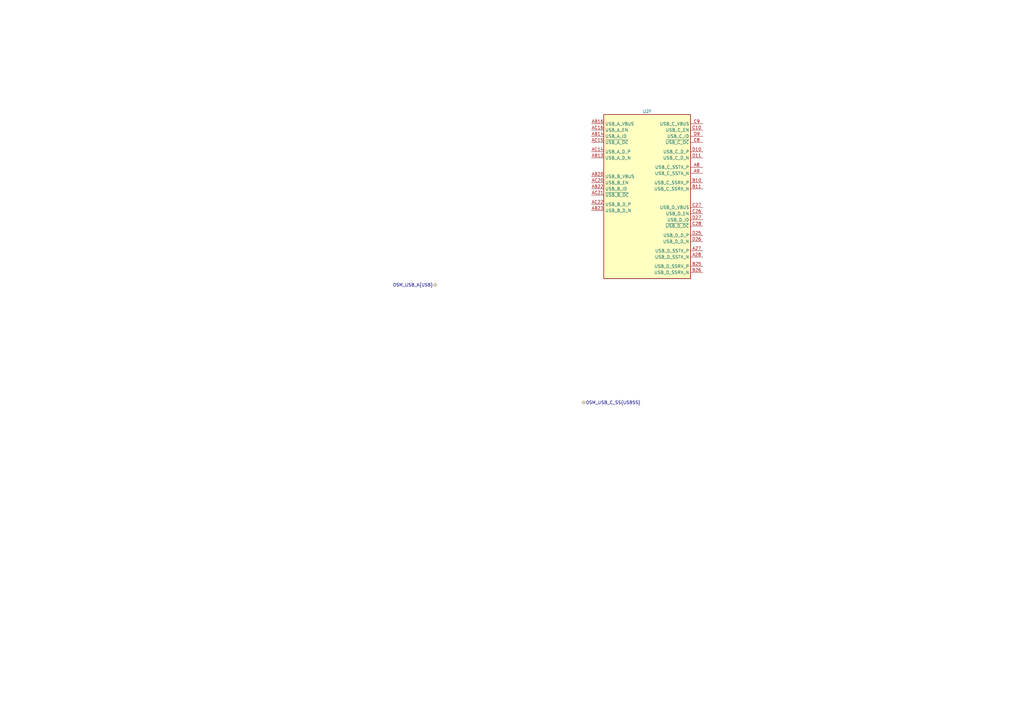
<source format=kicad_sch>
(kicad_sch (version 20250114) (generator "eeschema") (generator_version "9.0")
  (paper "A3")
  (title_block (title "BMC Reference Carrier Board") (date "2025-08-14") (rev "1.0.0"))
  (hierarchical_label "OSM_USB_C_SS{USBSS}" (shape bidirectional) (at 238.76 165.1 0))
  (hierarchical_label "OSM_USB_A{USB}" (shape bidirectional) (at 179.07 116.84 180))
  (symbol (lib_id "antmicroModules:OSM-L_Carrier-side") (at 242.57 50.8 0) (unit 6)
    (property "Reference" "U2" (at 265.43 45.72 0))
    (property "Value" "OSM-L_Carrier-side" (effects (hide yes)))
    (property "Footprint" "antmicro-footprints:OSM-L_Carrier-side" (effects (hide yes)))
    (property "Datasheet" "https://sget.org/standards/osm/" (effects (hide yes)))
    (property "Description" "Open Standard Module (OSM)" (effects (hide yes)))
    (property "Author" "Antmicro" (effects (hide yes)))
    (property "License" "Apache-2.0" (effects (hide yes)))
  )
)
</source>
